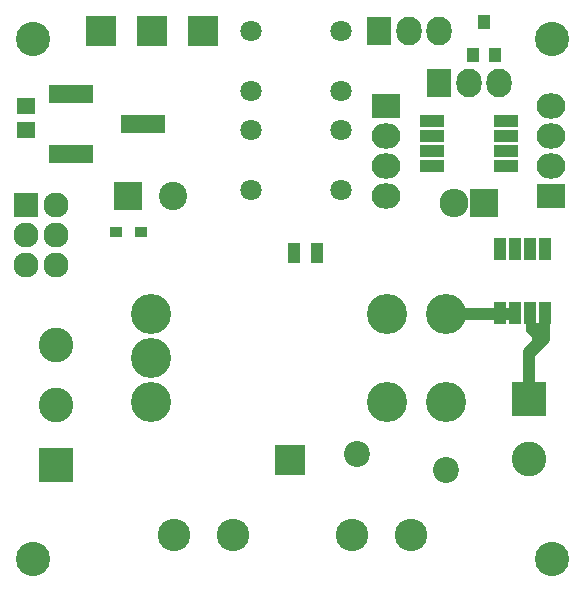
<source format=gts>
%TF.GenerationSoftware,KiCad,Pcbnew,0.201512281231+6406~40~ubuntu14.04.1-stable*%
%TF.CreationDate,2016-01-03T22:13:40+01:00*%
%TF.ProjectId,hv,68762E6B696361645F70636200000000,rev?*%
%TF.FileFunction,Soldermask,Top*%
%FSLAX46Y46*%
G04 Gerber Fmt 4.6, Leading zero omitted, Abs format (unit mm)*
G04 Created by KiCad (PCBNEW 0.201512281231+6406~40~ubuntu14.04.1-stable) date Son 03 Jan 2016 22:13:40 CET*
%MOMM*%
G01*
G04 APERTURE LIST*
%ADD10C,0.200000*%
%ADD11R,0.990000X0.850000*%
%ADD12C,2.749500*%
%ADD13R,2.127200X2.127200*%
%ADD14O,2.127200X2.127200*%
%ADD15R,2.635200X2.635200*%
%ADD16R,2.940000X2.940000*%
%ADD17C,2.940000*%
%ADD18C,3.400000*%
%ADD19R,3.700000X1.590000*%
%ADD20R,1.000000X1.950000*%
%ADD21C,2.900000*%
%ADD22C,2.398980*%
%ADD23R,2.398980X2.398980*%
%ADD24R,1.100000X1.700000*%
%ADD25C,2.200000*%
%ADD26R,1.650000X1.400000*%
%ADD27C,1.797000*%
%ADD28R,2.000000X1.100000*%
%ADD29R,2.432000X2.127200*%
%ADD30O,2.432000X2.127200*%
%ADD31R,2.127200X2.432000*%
%ADD32O,2.127200X2.432000*%
%ADD33R,2.432000X2.432000*%
%ADD34O,2.432000X2.432000*%
%ADD35R,1.000000X1.300000*%
%ADD36C,0.254000*%
G04 APERTURE END LIST*
D10*
D11*
X165061000Y-84328000D03*
X167171000Y-84328000D03*
D12*
X174998740Y-110000000D03*
X170000020Y-110000000D03*
X185001260Y-110000000D03*
X189999980Y-110000000D03*
D13*
X157480000Y-82042000D03*
D14*
X160020000Y-82042000D03*
X157480000Y-84582000D03*
X160020000Y-84582000D03*
X157480000Y-87122000D03*
X160020000Y-87122000D03*
D15*
X168148000Y-67310000D03*
X172466000Y-67310000D03*
X163830000Y-67310000D03*
D16*
X200000000Y-98460000D03*
D17*
X200000000Y-103540000D03*
D18*
X168000000Y-91250000D03*
X168000000Y-95000000D03*
X168000000Y-98750000D03*
X188000000Y-91250000D03*
X188000000Y-98750000D03*
X193000000Y-91250000D03*
X193000000Y-98750000D03*
D19*
X161290000Y-72644000D03*
X167386000Y-75184000D03*
X161290000Y-77724000D03*
D20*
X197595000Y-91200000D03*
X198865000Y-91200000D03*
X200135000Y-91200000D03*
X201405000Y-91200000D03*
X201405000Y-85800000D03*
X200135000Y-85800000D03*
X198865000Y-85800000D03*
X197595000Y-85800000D03*
D21*
X158000000Y-112000000D03*
X158000000Y-68000000D03*
X202000000Y-68000000D03*
X202000000Y-112000000D03*
D22*
X169926000Y-81280000D03*
D23*
X166116000Y-81280000D03*
D16*
X160000000Y-104080000D03*
D17*
X160000000Y-99000000D03*
X160000000Y-93920000D03*
D24*
X180152000Y-86106000D03*
X182052000Y-86106000D03*
D25*
X193000000Y-104500000D03*
X185500000Y-103100000D03*
D26*
X157480000Y-73676000D03*
X157480000Y-75676000D03*
D15*
X179832000Y-103632000D03*
D27*
X176530000Y-72390000D03*
X176530000Y-67310000D03*
X184150000Y-72390000D03*
X184150000Y-67310000D03*
X176530000Y-80772000D03*
X176530000Y-75692000D03*
X184150000Y-80772000D03*
X184150000Y-75692000D03*
D28*
X191845000Y-74930000D03*
X191845000Y-76200000D03*
X191845000Y-77470000D03*
X191845000Y-78740000D03*
X198045000Y-78740000D03*
X198045000Y-77470000D03*
X198045000Y-76200000D03*
X198045000Y-74930000D03*
D29*
X187960000Y-73660000D03*
D30*
X187960000Y-76200000D03*
X187960000Y-78740000D03*
X187960000Y-81280000D03*
D29*
X201930000Y-81280000D03*
D30*
X201930000Y-78740000D03*
X201930000Y-76200000D03*
X201930000Y-73660000D03*
D31*
X192405000Y-71755000D03*
D32*
X194945000Y-71755000D03*
X197485000Y-71755000D03*
D33*
X196215000Y-81915000D03*
D34*
X193675000Y-81915000D03*
D31*
X187325000Y-67310000D03*
D32*
X189865000Y-67310000D03*
X192405000Y-67310000D03*
D35*
X196215000Y-66545000D03*
X197165000Y-69345000D03*
X195265000Y-69345000D03*
D36*
G36*
X199123000Y-91623000D02*
X194377000Y-91623000D01*
X194377000Y-90877000D01*
X199123000Y-90877000D01*
X199123000Y-91623000D01*
X199123000Y-91623000D01*
G37*
X199123000Y-91623000D02*
X194377000Y-91623000D01*
X194377000Y-90877000D01*
X199123000Y-90877000D01*
X199123000Y-91623000D01*
G36*
X201623000Y-93447394D02*
X200410197Y-94660197D01*
X200382334Y-94702211D01*
X200373000Y-94750000D01*
X200373000Y-97123000D01*
X199627000Y-97123000D01*
X199627000Y-94302606D01*
X200339803Y-93589803D01*
X200367666Y-93547789D01*
X200377000Y-93500000D01*
X200377000Y-93250000D01*
X200366994Y-93200590D01*
X200339803Y-93160197D01*
X199877000Y-92697394D01*
X199877000Y-92127000D01*
X201623000Y-92127000D01*
X201623000Y-93447394D01*
X201623000Y-93447394D01*
G37*
X201623000Y-93447394D02*
X200410197Y-94660197D01*
X200382334Y-94702211D01*
X200373000Y-94750000D01*
X200373000Y-97123000D01*
X199627000Y-97123000D01*
X199627000Y-94302606D01*
X200339803Y-93589803D01*
X200367666Y-93547789D01*
X200377000Y-93500000D01*
X200377000Y-93250000D01*
X200366994Y-93200590D01*
X200339803Y-93160197D01*
X199877000Y-92697394D01*
X199877000Y-92127000D01*
X201623000Y-92127000D01*
X201623000Y-93447394D01*
M02*

</source>
